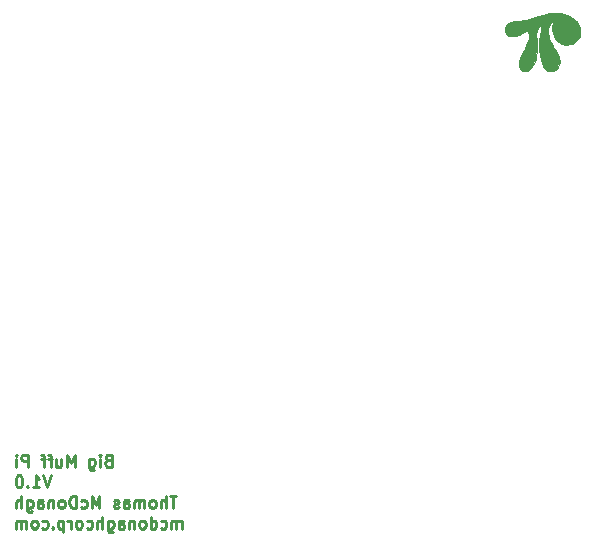
<source format=gbr>
%TF.GenerationSoftware,KiCad,Pcbnew,(5.1.7)-1*%
%TF.CreationDate,2020-10-26T21:32:24-05:00*%
%TF.ProjectId,MuffPi,4d756666-5069-42e6-9b69-6361645f7063,rev?*%
%TF.SameCoordinates,Original*%
%TF.FileFunction,Legend,Bot*%
%TF.FilePolarity,Positive*%
%FSLAX46Y46*%
G04 Gerber Fmt 4.6, Leading zero omitted, Abs format (unit mm)*
G04 Created by KiCad (PCBNEW (5.1.7)-1) date 2020-10-26 21:32:24*
%MOMM*%
%LPD*%
G01*
G04 APERTURE LIST*
%ADD10C,0.250000*%
%ADD11C,0.010000*%
G04 APERTURE END LIST*
D10*
X112302500Y-102713571D02*
X112159642Y-102761190D01*
X112112023Y-102808809D01*
X112064404Y-102904047D01*
X112064404Y-103046904D01*
X112112023Y-103142142D01*
X112159642Y-103189761D01*
X112254880Y-103237380D01*
X112635833Y-103237380D01*
X112635833Y-102237380D01*
X112302500Y-102237380D01*
X112207261Y-102285000D01*
X112159642Y-102332619D01*
X112112023Y-102427857D01*
X112112023Y-102523095D01*
X112159642Y-102618333D01*
X112207261Y-102665952D01*
X112302500Y-102713571D01*
X112635833Y-102713571D01*
X111635833Y-103237380D02*
X111635833Y-102570714D01*
X111635833Y-102237380D02*
X111683452Y-102285000D01*
X111635833Y-102332619D01*
X111588214Y-102285000D01*
X111635833Y-102237380D01*
X111635833Y-102332619D01*
X110731071Y-102570714D02*
X110731071Y-103380238D01*
X110778690Y-103475476D01*
X110826309Y-103523095D01*
X110921547Y-103570714D01*
X111064404Y-103570714D01*
X111159642Y-103523095D01*
X110731071Y-103189761D02*
X110826309Y-103237380D01*
X111016785Y-103237380D01*
X111112023Y-103189761D01*
X111159642Y-103142142D01*
X111207261Y-103046904D01*
X111207261Y-102761190D01*
X111159642Y-102665952D01*
X111112023Y-102618333D01*
X111016785Y-102570714D01*
X110826309Y-102570714D01*
X110731071Y-102618333D01*
X109492976Y-103237380D02*
X109492976Y-102237380D01*
X109159642Y-102951666D01*
X108826309Y-102237380D01*
X108826309Y-103237380D01*
X107921547Y-102570714D02*
X107921547Y-103237380D01*
X108350119Y-102570714D02*
X108350119Y-103094523D01*
X108302500Y-103189761D01*
X108207261Y-103237380D01*
X108064404Y-103237380D01*
X107969166Y-103189761D01*
X107921547Y-103142142D01*
X107588214Y-102570714D02*
X107207261Y-102570714D01*
X107445357Y-103237380D02*
X107445357Y-102380238D01*
X107397738Y-102285000D01*
X107302500Y-102237380D01*
X107207261Y-102237380D01*
X107016785Y-102570714D02*
X106635833Y-102570714D01*
X106873928Y-103237380D02*
X106873928Y-102380238D01*
X106826309Y-102285000D01*
X106731071Y-102237380D01*
X106635833Y-102237380D01*
X105540595Y-103237380D02*
X105540595Y-102237380D01*
X105159642Y-102237380D01*
X105064404Y-102285000D01*
X105016785Y-102332619D01*
X104969166Y-102427857D01*
X104969166Y-102570714D01*
X105016785Y-102665952D01*
X105064404Y-102713571D01*
X105159642Y-102761190D01*
X105540595Y-102761190D01*
X104540595Y-103237380D02*
X104540595Y-102570714D01*
X104540595Y-102237380D02*
X104588214Y-102285000D01*
X104540595Y-102332619D01*
X104492976Y-102285000D01*
X104540595Y-102237380D01*
X104540595Y-102332619D01*
X107445357Y-103987380D02*
X107112023Y-104987380D01*
X106778690Y-103987380D01*
X105921547Y-104987380D02*
X106492976Y-104987380D01*
X106207261Y-104987380D02*
X106207261Y-103987380D01*
X106302500Y-104130238D01*
X106397738Y-104225476D01*
X106492976Y-104273095D01*
X105492976Y-104892142D02*
X105445357Y-104939761D01*
X105492976Y-104987380D01*
X105540595Y-104939761D01*
X105492976Y-104892142D01*
X105492976Y-104987380D01*
X104826309Y-103987380D02*
X104731071Y-103987380D01*
X104635833Y-104035000D01*
X104588214Y-104082619D01*
X104540595Y-104177857D01*
X104492976Y-104368333D01*
X104492976Y-104606428D01*
X104540595Y-104796904D01*
X104588214Y-104892142D01*
X104635833Y-104939761D01*
X104731071Y-104987380D01*
X104826309Y-104987380D01*
X104921547Y-104939761D01*
X104969166Y-104892142D01*
X105016785Y-104796904D01*
X105064404Y-104606428D01*
X105064404Y-104368333D01*
X105016785Y-104177857D01*
X104969166Y-104082619D01*
X104921547Y-104035000D01*
X104826309Y-103987380D01*
X118112023Y-105737380D02*
X117540595Y-105737380D01*
X117826309Y-106737380D02*
X117826309Y-105737380D01*
X117207261Y-106737380D02*
X117207261Y-105737380D01*
X116778690Y-106737380D02*
X116778690Y-106213571D01*
X116826309Y-106118333D01*
X116921547Y-106070714D01*
X117064404Y-106070714D01*
X117159642Y-106118333D01*
X117207261Y-106165952D01*
X116159642Y-106737380D02*
X116254880Y-106689761D01*
X116302500Y-106642142D01*
X116350119Y-106546904D01*
X116350119Y-106261190D01*
X116302500Y-106165952D01*
X116254880Y-106118333D01*
X116159642Y-106070714D01*
X116016785Y-106070714D01*
X115921547Y-106118333D01*
X115873928Y-106165952D01*
X115826309Y-106261190D01*
X115826309Y-106546904D01*
X115873928Y-106642142D01*
X115921547Y-106689761D01*
X116016785Y-106737380D01*
X116159642Y-106737380D01*
X115397738Y-106737380D02*
X115397738Y-106070714D01*
X115397738Y-106165952D02*
X115350119Y-106118333D01*
X115254880Y-106070714D01*
X115112023Y-106070714D01*
X115016785Y-106118333D01*
X114969166Y-106213571D01*
X114969166Y-106737380D01*
X114969166Y-106213571D02*
X114921547Y-106118333D01*
X114826309Y-106070714D01*
X114683452Y-106070714D01*
X114588214Y-106118333D01*
X114540595Y-106213571D01*
X114540595Y-106737380D01*
X113635833Y-106737380D02*
X113635833Y-106213571D01*
X113683452Y-106118333D01*
X113778690Y-106070714D01*
X113969166Y-106070714D01*
X114064404Y-106118333D01*
X113635833Y-106689761D02*
X113731071Y-106737380D01*
X113969166Y-106737380D01*
X114064404Y-106689761D01*
X114112023Y-106594523D01*
X114112023Y-106499285D01*
X114064404Y-106404047D01*
X113969166Y-106356428D01*
X113731071Y-106356428D01*
X113635833Y-106308809D01*
X113207261Y-106689761D02*
X113112023Y-106737380D01*
X112921547Y-106737380D01*
X112826309Y-106689761D01*
X112778690Y-106594523D01*
X112778690Y-106546904D01*
X112826309Y-106451666D01*
X112921547Y-106404047D01*
X113064404Y-106404047D01*
X113159642Y-106356428D01*
X113207261Y-106261190D01*
X113207261Y-106213571D01*
X113159642Y-106118333D01*
X113064404Y-106070714D01*
X112921547Y-106070714D01*
X112826309Y-106118333D01*
X111588214Y-106737380D02*
X111588214Y-105737380D01*
X111254880Y-106451666D01*
X110921547Y-105737380D01*
X110921547Y-106737380D01*
X110016785Y-106689761D02*
X110112023Y-106737380D01*
X110302500Y-106737380D01*
X110397738Y-106689761D01*
X110445357Y-106642142D01*
X110492976Y-106546904D01*
X110492976Y-106261190D01*
X110445357Y-106165952D01*
X110397738Y-106118333D01*
X110302500Y-106070714D01*
X110112023Y-106070714D01*
X110016785Y-106118333D01*
X109588214Y-106737380D02*
X109588214Y-105737380D01*
X109350119Y-105737380D01*
X109207261Y-105785000D01*
X109112023Y-105880238D01*
X109064404Y-105975476D01*
X109016785Y-106165952D01*
X109016785Y-106308809D01*
X109064404Y-106499285D01*
X109112023Y-106594523D01*
X109207261Y-106689761D01*
X109350119Y-106737380D01*
X109588214Y-106737380D01*
X108445357Y-106737380D02*
X108540595Y-106689761D01*
X108588214Y-106642142D01*
X108635833Y-106546904D01*
X108635833Y-106261190D01*
X108588214Y-106165952D01*
X108540595Y-106118333D01*
X108445357Y-106070714D01*
X108302500Y-106070714D01*
X108207261Y-106118333D01*
X108159642Y-106165952D01*
X108112023Y-106261190D01*
X108112023Y-106546904D01*
X108159642Y-106642142D01*
X108207261Y-106689761D01*
X108302500Y-106737380D01*
X108445357Y-106737380D01*
X107683452Y-106070714D02*
X107683452Y-106737380D01*
X107683452Y-106165952D02*
X107635833Y-106118333D01*
X107540595Y-106070714D01*
X107397738Y-106070714D01*
X107302500Y-106118333D01*
X107254880Y-106213571D01*
X107254880Y-106737380D01*
X106350119Y-106737380D02*
X106350119Y-106213571D01*
X106397738Y-106118333D01*
X106492976Y-106070714D01*
X106683452Y-106070714D01*
X106778690Y-106118333D01*
X106350119Y-106689761D02*
X106445357Y-106737380D01*
X106683452Y-106737380D01*
X106778690Y-106689761D01*
X106826309Y-106594523D01*
X106826309Y-106499285D01*
X106778690Y-106404047D01*
X106683452Y-106356428D01*
X106445357Y-106356428D01*
X106350119Y-106308809D01*
X105445357Y-106070714D02*
X105445357Y-106880238D01*
X105492976Y-106975476D01*
X105540595Y-107023095D01*
X105635833Y-107070714D01*
X105778690Y-107070714D01*
X105873928Y-107023095D01*
X105445357Y-106689761D02*
X105540595Y-106737380D01*
X105731071Y-106737380D01*
X105826309Y-106689761D01*
X105873928Y-106642142D01*
X105921547Y-106546904D01*
X105921547Y-106261190D01*
X105873928Y-106165952D01*
X105826309Y-106118333D01*
X105731071Y-106070714D01*
X105540595Y-106070714D01*
X105445357Y-106118333D01*
X104969166Y-106737380D02*
X104969166Y-105737380D01*
X104540595Y-106737380D02*
X104540595Y-106213571D01*
X104588214Y-106118333D01*
X104683452Y-106070714D01*
X104826309Y-106070714D01*
X104921547Y-106118333D01*
X104969166Y-106165952D01*
X118540595Y-108487380D02*
X118540595Y-107820714D01*
X118540595Y-107915952D02*
X118492976Y-107868333D01*
X118397738Y-107820714D01*
X118254880Y-107820714D01*
X118159642Y-107868333D01*
X118112023Y-107963571D01*
X118112023Y-108487380D01*
X118112023Y-107963571D02*
X118064404Y-107868333D01*
X117969166Y-107820714D01*
X117826309Y-107820714D01*
X117731071Y-107868333D01*
X117683452Y-107963571D01*
X117683452Y-108487380D01*
X116778690Y-108439761D02*
X116873928Y-108487380D01*
X117064404Y-108487380D01*
X117159642Y-108439761D01*
X117207261Y-108392142D01*
X117254880Y-108296904D01*
X117254880Y-108011190D01*
X117207261Y-107915952D01*
X117159642Y-107868333D01*
X117064404Y-107820714D01*
X116873928Y-107820714D01*
X116778690Y-107868333D01*
X115921547Y-108487380D02*
X115921547Y-107487380D01*
X115921547Y-108439761D02*
X116016785Y-108487380D01*
X116207261Y-108487380D01*
X116302500Y-108439761D01*
X116350119Y-108392142D01*
X116397738Y-108296904D01*
X116397738Y-108011190D01*
X116350119Y-107915952D01*
X116302500Y-107868333D01*
X116207261Y-107820714D01*
X116016785Y-107820714D01*
X115921547Y-107868333D01*
X115302500Y-108487380D02*
X115397738Y-108439761D01*
X115445357Y-108392142D01*
X115492976Y-108296904D01*
X115492976Y-108011190D01*
X115445357Y-107915952D01*
X115397738Y-107868333D01*
X115302500Y-107820714D01*
X115159642Y-107820714D01*
X115064404Y-107868333D01*
X115016785Y-107915952D01*
X114969166Y-108011190D01*
X114969166Y-108296904D01*
X115016785Y-108392142D01*
X115064404Y-108439761D01*
X115159642Y-108487380D01*
X115302500Y-108487380D01*
X114540595Y-107820714D02*
X114540595Y-108487380D01*
X114540595Y-107915952D02*
X114492976Y-107868333D01*
X114397738Y-107820714D01*
X114254880Y-107820714D01*
X114159642Y-107868333D01*
X114112023Y-107963571D01*
X114112023Y-108487380D01*
X113207261Y-108487380D02*
X113207261Y-107963571D01*
X113254880Y-107868333D01*
X113350119Y-107820714D01*
X113540595Y-107820714D01*
X113635833Y-107868333D01*
X113207261Y-108439761D02*
X113302500Y-108487380D01*
X113540595Y-108487380D01*
X113635833Y-108439761D01*
X113683452Y-108344523D01*
X113683452Y-108249285D01*
X113635833Y-108154047D01*
X113540595Y-108106428D01*
X113302500Y-108106428D01*
X113207261Y-108058809D01*
X112302500Y-107820714D02*
X112302500Y-108630238D01*
X112350119Y-108725476D01*
X112397738Y-108773095D01*
X112492976Y-108820714D01*
X112635833Y-108820714D01*
X112731071Y-108773095D01*
X112302500Y-108439761D02*
X112397738Y-108487380D01*
X112588214Y-108487380D01*
X112683452Y-108439761D01*
X112731071Y-108392142D01*
X112778690Y-108296904D01*
X112778690Y-108011190D01*
X112731071Y-107915952D01*
X112683452Y-107868333D01*
X112588214Y-107820714D01*
X112397738Y-107820714D01*
X112302500Y-107868333D01*
X111826309Y-108487380D02*
X111826309Y-107487380D01*
X111397738Y-108487380D02*
X111397738Y-107963571D01*
X111445357Y-107868333D01*
X111540595Y-107820714D01*
X111683452Y-107820714D01*
X111778690Y-107868333D01*
X111826309Y-107915952D01*
X110492976Y-108439761D02*
X110588214Y-108487380D01*
X110778690Y-108487380D01*
X110873928Y-108439761D01*
X110921547Y-108392142D01*
X110969166Y-108296904D01*
X110969166Y-108011190D01*
X110921547Y-107915952D01*
X110873928Y-107868333D01*
X110778690Y-107820714D01*
X110588214Y-107820714D01*
X110492976Y-107868333D01*
X109921547Y-108487380D02*
X110016785Y-108439761D01*
X110064404Y-108392142D01*
X110112023Y-108296904D01*
X110112023Y-108011190D01*
X110064404Y-107915952D01*
X110016785Y-107868333D01*
X109921547Y-107820714D01*
X109778690Y-107820714D01*
X109683452Y-107868333D01*
X109635833Y-107915952D01*
X109588214Y-108011190D01*
X109588214Y-108296904D01*
X109635833Y-108392142D01*
X109683452Y-108439761D01*
X109778690Y-108487380D01*
X109921547Y-108487380D01*
X109159642Y-108487380D02*
X109159642Y-107820714D01*
X109159642Y-108011190D02*
X109112023Y-107915952D01*
X109064404Y-107868333D01*
X108969166Y-107820714D01*
X108873928Y-107820714D01*
X108540595Y-107820714D02*
X108540595Y-108820714D01*
X108540595Y-107868333D02*
X108445357Y-107820714D01*
X108254880Y-107820714D01*
X108159642Y-107868333D01*
X108112023Y-107915952D01*
X108064404Y-108011190D01*
X108064404Y-108296904D01*
X108112023Y-108392142D01*
X108159642Y-108439761D01*
X108254880Y-108487380D01*
X108445357Y-108487380D01*
X108540595Y-108439761D01*
X107635833Y-108392142D02*
X107588214Y-108439761D01*
X107635833Y-108487380D01*
X107683452Y-108439761D01*
X107635833Y-108392142D01*
X107635833Y-108487380D01*
X106731071Y-108439761D02*
X106826309Y-108487380D01*
X107016785Y-108487380D01*
X107112023Y-108439761D01*
X107159642Y-108392142D01*
X107207261Y-108296904D01*
X107207261Y-108011190D01*
X107159642Y-107915952D01*
X107112023Y-107868333D01*
X107016785Y-107820714D01*
X106826309Y-107820714D01*
X106731071Y-107868333D01*
X106159642Y-108487380D02*
X106254880Y-108439761D01*
X106302500Y-108392142D01*
X106350119Y-108296904D01*
X106350119Y-108011190D01*
X106302500Y-107915952D01*
X106254880Y-107868333D01*
X106159642Y-107820714D01*
X106016785Y-107820714D01*
X105921547Y-107868333D01*
X105873928Y-107915952D01*
X105826309Y-108011190D01*
X105826309Y-108296904D01*
X105873928Y-108392142D01*
X105921547Y-108439761D01*
X106016785Y-108487380D01*
X106159642Y-108487380D01*
X105397738Y-108487380D02*
X105397738Y-107820714D01*
X105397738Y-107915952D02*
X105350119Y-107868333D01*
X105254880Y-107820714D01*
X105112023Y-107820714D01*
X105016785Y-107868333D01*
X104969166Y-107963571D01*
X104969166Y-108487380D01*
X104969166Y-107963571D02*
X104921547Y-107868333D01*
X104826309Y-107820714D01*
X104683452Y-107820714D01*
X104588214Y-107868333D01*
X104540595Y-107963571D01*
X104540595Y-108487380D01*
D11*
%TO.C,G\u002A\u002A\u002A*%
G36*
X149877989Y-64827252D02*
G01*
X149664761Y-64861540D01*
X149427180Y-64916119D01*
X149156817Y-64992631D01*
X148845246Y-65092722D01*
X148506232Y-65210143D01*
X148039721Y-65356176D01*
X147589911Y-65454992D01*
X147136420Y-65510918D01*
X147066000Y-65515928D01*
X146735036Y-65549665D01*
X146462065Y-65605107D01*
X146244954Y-65683533D01*
X146081572Y-65786225D01*
X145969785Y-65914464D01*
X145907461Y-66069532D01*
X145891773Y-66221297D01*
X145920787Y-66403609D01*
X146002986Y-66556789D01*
X146133115Y-66676552D01*
X146305920Y-66758609D01*
X146516148Y-66798676D01*
X146603488Y-66802000D01*
X146821024Y-66788268D01*
X147016557Y-66742624D01*
X147210970Y-66658397D01*
X147394074Y-66549442D01*
X147561847Y-66441978D01*
X147685343Y-66368320D01*
X147771691Y-66324994D01*
X147828018Y-66308523D01*
X147861449Y-66315433D01*
X147866013Y-66319312D01*
X147893244Y-66378207D01*
X147914316Y-66484392D01*
X147928028Y-66621854D01*
X147933180Y-66774577D01*
X147928573Y-66926546D01*
X147918849Y-67024250D01*
X147883686Y-67210091D01*
X147826186Y-67404360D01*
X147742219Y-67617559D01*
X147627658Y-67860187D01*
X147480848Y-68138234D01*
X147316554Y-68458445D01*
X147198056Y-68738045D01*
X147124965Y-68980003D01*
X147096892Y-69187290D01*
X147113449Y-69362875D01*
X147174248Y-69509728D01*
X147278900Y-69630818D01*
X147284919Y-69635949D01*
X147437866Y-69730625D01*
X147598923Y-69763160D01*
X147769741Y-69733559D01*
X147951971Y-69641826D01*
X147958800Y-69637341D01*
X148099574Y-69516759D01*
X148238447Y-69348746D01*
X148365806Y-69148905D01*
X148472038Y-68932836D01*
X148547530Y-68716139D01*
X148561433Y-68659375D01*
X148577057Y-68550561D01*
X148589248Y-68386856D01*
X148597873Y-68176785D01*
X148602803Y-67928872D01*
X148603904Y-67651640D01*
X148601045Y-67353612D01*
X148594096Y-67043314D01*
X148588873Y-66881375D01*
X148584725Y-66664849D01*
X148591585Y-66497834D01*
X148612070Y-66366900D01*
X148648794Y-66258615D01*
X148704372Y-66159547D01*
X148738919Y-66110784D01*
X148808468Y-66031132D01*
X148883417Y-65965264D01*
X148948627Y-65924586D01*
X148988955Y-65920502D01*
X148990137Y-65921553D01*
X148991751Y-65957642D01*
X148983740Y-66043736D01*
X148967571Y-66167315D01*
X148944707Y-66315858D01*
X148942264Y-66330666D01*
X148875745Y-66788722D01*
X148836464Y-67202054D01*
X148823684Y-67582945D01*
X148836669Y-67943679D01*
X148841712Y-68007733D01*
X148885796Y-68413178D01*
X148944731Y-68759490D01*
X149020043Y-69049621D01*
X149113258Y-69286527D01*
X149225905Y-69473159D01*
X149359508Y-69612472D01*
X149515595Y-69707419D01*
X149695693Y-69760952D01*
X149752207Y-69769104D01*
X149913256Y-69768754D01*
X150026400Y-69742899D01*
X150197502Y-69660056D01*
X150328213Y-69548361D01*
X150427014Y-69397477D01*
X150502383Y-69197067D01*
X150516662Y-69145305D01*
X150546419Y-69016344D01*
X150556000Y-68916875D01*
X150546721Y-68816637D01*
X150533884Y-68749395D01*
X150488804Y-68589298D01*
X150413974Y-68401923D01*
X150306649Y-68181555D01*
X150164082Y-67922478D01*
X150018648Y-67676634D01*
X149868806Y-67417469D01*
X149756200Y-67191740D01*
X149675940Y-66985367D01*
X149623139Y-66784266D01*
X149592910Y-66574358D01*
X149582818Y-66421000D01*
X149577642Y-66268856D01*
X149578781Y-66162232D01*
X149588916Y-66083248D01*
X149610726Y-66014027D01*
X149646895Y-65936693D01*
X149658990Y-65913033D01*
X149735146Y-65794544D01*
X149827670Y-65693233D01*
X149922049Y-65622440D01*
X150003771Y-65595502D01*
X150004463Y-65595500D01*
X150025867Y-65607922D01*
X150023932Y-65654120D01*
X150002852Y-65733173D01*
X149945569Y-66015058D01*
X149939425Y-66296982D01*
X149981126Y-66570186D01*
X150067378Y-66825910D01*
X150194887Y-67055395D01*
X150360358Y-67249883D01*
X150560499Y-67400613D01*
X150646775Y-67445433D01*
X150792810Y-67490179D01*
X150978456Y-67514759D01*
X151183129Y-67519227D01*
X151386245Y-67503634D01*
X151567221Y-67468035D01*
X151642671Y-67442871D01*
X151862944Y-67324037D01*
X152040078Y-67165058D01*
X152172986Y-66973370D01*
X152260581Y-66756408D01*
X152301776Y-66521608D01*
X152295483Y-66276406D01*
X152240617Y-66028236D01*
X152136090Y-65784535D01*
X151980814Y-65552739D01*
X151928031Y-65490910D01*
X151737065Y-65317748D01*
X151495349Y-65161659D01*
X151214517Y-65027871D01*
X150906203Y-64921608D01*
X150582042Y-64848097D01*
X150455823Y-64829676D01*
X150265093Y-64812964D01*
X150075290Y-64811608D01*
X149877989Y-64827252D01*
G37*
X149877989Y-64827252D02*
X149664761Y-64861540D01*
X149427180Y-64916119D01*
X149156817Y-64992631D01*
X148845246Y-65092722D01*
X148506232Y-65210143D01*
X148039721Y-65356176D01*
X147589911Y-65454992D01*
X147136420Y-65510918D01*
X147066000Y-65515928D01*
X146735036Y-65549665D01*
X146462065Y-65605107D01*
X146244954Y-65683533D01*
X146081572Y-65786225D01*
X145969785Y-65914464D01*
X145907461Y-66069532D01*
X145891773Y-66221297D01*
X145920787Y-66403609D01*
X146002986Y-66556789D01*
X146133115Y-66676552D01*
X146305920Y-66758609D01*
X146516148Y-66798676D01*
X146603488Y-66802000D01*
X146821024Y-66788268D01*
X147016557Y-66742624D01*
X147210970Y-66658397D01*
X147394074Y-66549442D01*
X147561847Y-66441978D01*
X147685343Y-66368320D01*
X147771691Y-66324994D01*
X147828018Y-66308523D01*
X147861449Y-66315433D01*
X147866013Y-66319312D01*
X147893244Y-66378207D01*
X147914316Y-66484392D01*
X147928028Y-66621854D01*
X147933180Y-66774577D01*
X147928573Y-66926546D01*
X147918849Y-67024250D01*
X147883686Y-67210091D01*
X147826186Y-67404360D01*
X147742219Y-67617559D01*
X147627658Y-67860187D01*
X147480848Y-68138234D01*
X147316554Y-68458445D01*
X147198056Y-68738045D01*
X147124965Y-68980003D01*
X147096892Y-69187290D01*
X147113449Y-69362875D01*
X147174248Y-69509728D01*
X147278900Y-69630818D01*
X147284919Y-69635949D01*
X147437866Y-69730625D01*
X147598923Y-69763160D01*
X147769741Y-69733559D01*
X147951971Y-69641826D01*
X147958800Y-69637341D01*
X148099574Y-69516759D01*
X148238447Y-69348746D01*
X148365806Y-69148905D01*
X148472038Y-68932836D01*
X148547530Y-68716139D01*
X148561433Y-68659375D01*
X148577057Y-68550561D01*
X148589248Y-68386856D01*
X148597873Y-68176785D01*
X148602803Y-67928872D01*
X148603904Y-67651640D01*
X148601045Y-67353612D01*
X148594096Y-67043314D01*
X148588873Y-66881375D01*
X148584725Y-66664849D01*
X148591585Y-66497834D01*
X148612070Y-66366900D01*
X148648794Y-66258615D01*
X148704372Y-66159547D01*
X148738919Y-66110784D01*
X148808468Y-66031132D01*
X148883417Y-65965264D01*
X148948627Y-65924586D01*
X148988955Y-65920502D01*
X148990137Y-65921553D01*
X148991751Y-65957642D01*
X148983740Y-66043736D01*
X148967571Y-66167315D01*
X148944707Y-66315858D01*
X148942264Y-66330666D01*
X148875745Y-66788722D01*
X148836464Y-67202054D01*
X148823684Y-67582945D01*
X148836669Y-67943679D01*
X148841712Y-68007733D01*
X148885796Y-68413178D01*
X148944731Y-68759490D01*
X149020043Y-69049621D01*
X149113258Y-69286527D01*
X149225905Y-69473159D01*
X149359508Y-69612472D01*
X149515595Y-69707419D01*
X149695693Y-69760952D01*
X149752207Y-69769104D01*
X149913256Y-69768754D01*
X150026400Y-69742899D01*
X150197502Y-69660056D01*
X150328213Y-69548361D01*
X150427014Y-69397477D01*
X150502383Y-69197067D01*
X150516662Y-69145305D01*
X150546419Y-69016344D01*
X150556000Y-68916875D01*
X150546721Y-68816637D01*
X150533884Y-68749395D01*
X150488804Y-68589298D01*
X150413974Y-68401923D01*
X150306649Y-68181555D01*
X150164082Y-67922478D01*
X150018648Y-67676634D01*
X149868806Y-67417469D01*
X149756200Y-67191740D01*
X149675940Y-66985367D01*
X149623139Y-66784266D01*
X149592910Y-66574358D01*
X149582818Y-66421000D01*
X149577642Y-66268856D01*
X149578781Y-66162232D01*
X149588916Y-66083248D01*
X149610726Y-66014027D01*
X149646895Y-65936693D01*
X149658990Y-65913033D01*
X149735146Y-65794544D01*
X149827670Y-65693233D01*
X149922049Y-65622440D01*
X150003771Y-65595502D01*
X150004463Y-65595500D01*
X150025867Y-65607922D01*
X150023932Y-65654120D01*
X150002852Y-65733173D01*
X149945569Y-66015058D01*
X149939425Y-66296982D01*
X149981126Y-66570186D01*
X150067378Y-66825910D01*
X150194887Y-67055395D01*
X150360358Y-67249883D01*
X150560499Y-67400613D01*
X150646775Y-67445433D01*
X150792810Y-67490179D01*
X150978456Y-67514759D01*
X151183129Y-67519227D01*
X151386245Y-67503634D01*
X151567221Y-67468035D01*
X151642671Y-67442871D01*
X151862944Y-67324037D01*
X152040078Y-67165058D01*
X152172986Y-66973370D01*
X152260581Y-66756408D01*
X152301776Y-66521608D01*
X152295483Y-66276406D01*
X152240617Y-66028236D01*
X152136090Y-65784535D01*
X151980814Y-65552739D01*
X151928031Y-65490910D01*
X151737065Y-65317748D01*
X151495349Y-65161659D01*
X151214517Y-65027871D01*
X150906203Y-64921608D01*
X150582042Y-64848097D01*
X150455823Y-64829676D01*
X150265093Y-64812964D01*
X150075290Y-64811608D01*
X149877989Y-64827252D01*
%TD*%
M02*

</source>
